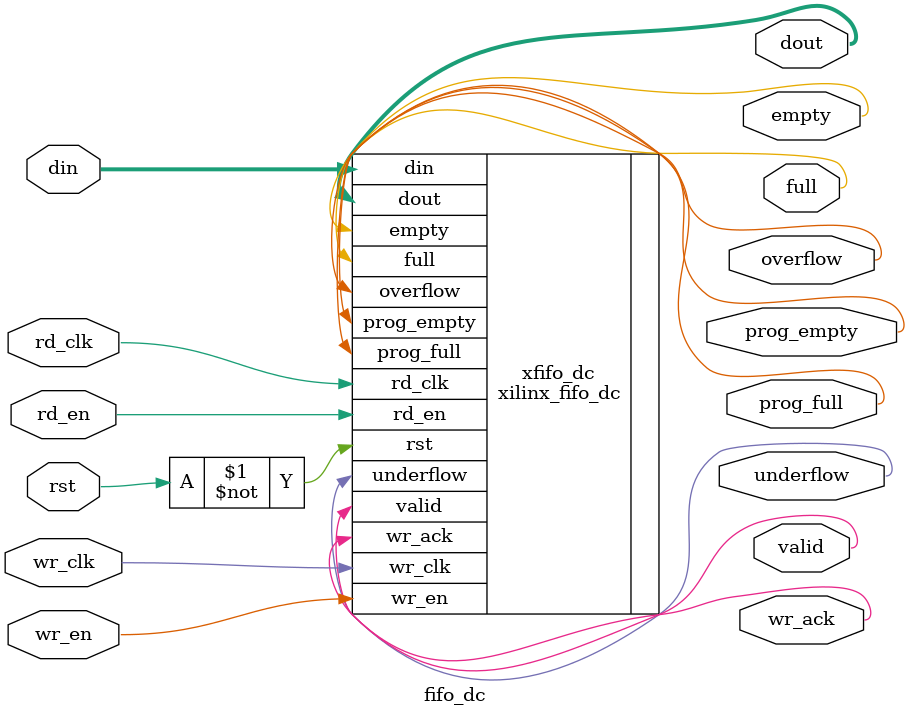
<source format=v>
/* 
 * wrappers.v
 * 
 * Copyright (c) 2007 Koen De Vleeschauwer. 
 * 
 * THIS SOFTWARE IS PROVIDED BY THE AUTHOR AND CONTRIBUTORS ``AS IS'' AND 
 * ANY EXPRESS OR IMPLIED WARRANTIES, INCLUDING, BUT NOT LIMITED TO, THE 
 * IMPLIED WARRANTIES OF MERCHANTABILITY AND FITNESS FOR A PARTICULAR PURPOSE 
 * ARE DISCLAIMED. IN NO EVENT SHALL THE AUTHOR OR CONTRIBUTORS BE LIABLE 
 * FOR ANY DIRECT, INDIRECT, INCIDENTAL, SPECIAL, EXEMPLARY, OR CONSEQUENTIAL 
 * DAMAGES (INCLUDING, BUT NOT LIMITED TO, PROCUREMENT OF SUBSTITUTE GOODS 
 * OR SERVICES; LOSS OF USE, DATA, OR PROFITS; OR BUSINESS INTERRUPTION) 
 * HOWEVER CAUSED AND ON ANY THEORY OF LIABILITY, WHETHER IN CONTRACT, STRICT 
 * LIABILITY, OR TORT (INCLUDING NEGLIGENCE OR OTHERWISE) ARISING IN ANY WAY 
 * OUT OF THE USE OF THIS SOFTWARE, EVEN IF ADVISED OF THE POSSIBILITY OF 
 * SUCH DAMAGE.
 */

/*
 * Wrappers for dpram and fifos. 
 * For each component, two versions are provided: one where read and write port share a common clock;
 * and one where read and write port have independent clocks.
 */

`undef DEBUG
//`define DEBUG 1

/* check prog_thresh is less than fifo size */
`undef CHECK_FIFO_PARAMS
`ifdef __IVERILOG__
`define CHECK_FIFO_PARAMS 1
`endif

/*
 dual-port ram with same clock for read and write port.
 */

`include "timescale.v"

module dpram_sc (
	rst,
	din,
	clk,
        wr_addr,
	wr_en,
	dout,
        rd_addr,
	rd_en
        );

  parameter dta_width=8;           /* Data bus width */
  parameter addr_width=8;          /* Address bus width, determines dpram size by evaluating 2^addr_width */
  
  input                 rst;       /* low active sync master reset */
  input                 clk;       /* clock */
                                   /* read port */
  output reg [dta_width-1:0]dout;      /* data output */
  input                 rd_en;     /* read enable */
  input [addr_width-1:0]rd_addr;   /* read address */
                                   /* write port */
  input  [dta_width-1:0]din;       /* data input */
  input                 wr_en;     /* write enable */
  input [addr_width-1:0]wr_addr;   /* read address */

  /*
   * More or less in the style given in XST User Guide v9.1, "RAMs and ROMs Coding Examples",
   * "Verilog Coding Example for Dual Port RAM With Enable On Each Port"
   */ 

  reg    [dta_width-1:0]ram[(1 << addr_width)-1:0];

  always @(posedge clk)
    if (~rst) dout <= 0;
    else if (rd_en) dout <= ram[rd_addr];
    else dout <= dout;

  always @(posedge clk)
    if (wr_en) ram[wr_addr] <= din;

`ifdef DEBUG
  always @(posedge clk)
    if (wr_en && rd_en && (rd_addr == wr_addr))
      $strobe("%m\tmemory collision error on address %x", rd_addr);
 `endif 

endmodule


/*
 dual-port ram with different clocks for read and write port
 */

module dpram_dc (
	din,
	wr_rst,
	wr_clk,
        wr_addr,
	wr_en,
	dout,
	rd_rst,
	rd_clk,
        rd_addr,
	rd_en
        );

  parameter dta_width=8;           /* Data bus width */
  parameter addr_width=8;          /* Address bus width, determines dpram size by evaluating 2^addr_width */
  
                                   /* read port */
  output reg [dta_width-1:0]dout;      /* data output */
  input                 rd_rst;    /* low active master reset, sync with read clock */
  input                 rd_clk;    /* read clock */
  input                 rd_en;     /* read enable */
  input [addr_width-1:0]rd_addr;   /* read address */
                                   /* write port */
  input  [dta_width-1:0]din;       /* data input */
  input                 wr_rst;    /* low active master reset, sync with write clock */
  input                 wr_clk;    /* write clock */
  input                 wr_en;     /* write enable */
  input [addr_width-1:0]wr_addr;   /* read address */

  reg    [dta_width-1:0]ram[(1 << addr_width)-1:0];

  always @(posedge rd_clk)
    if (~rd_rst) dout <= 0;
    else if (rd_en) dout <= ram[rd_addr];
    else dout <= dout;

  always @(posedge wr_clk)
    if (wr_en) ram[wr_addr] <= din;

endmodule

/*
 fifo with common clock for read and write port.
 */

module fifo_sc (
	clk,
	rst,
	din,
	wr_en,
	full,
	wr_ack,
	overflow,
	prog_full,
	dout,
	rd_en,
	empty,
	valid,
	underflow,
	prog_empty
        );

  parameter [8:0]dta_width=9'd8;      /* Data bus width */
  parameter [8:0]addr_width=9'd8;     /* Address bus width, determines fifo size by evaluating 2^addr_width */
  parameter [8:0]prog_thresh=9'd1;    /* Programmable threshold constant for prog_empty and prog_full */

  parameter FIFO_XILINX=0;    /* use Xilinx FIFO primitives */
  parameter check_valid=1;    /* assign x's to fifo output when valid is not asserted */
  
  input          clk;
  input          rst;         /* low active sync master reset */
  /* read port */
  output [dta_width-1:0]dout; /* data output */
  input          rd_en;       /* read enable */
  output         empty;       /* asserted if fifo is empty; no additional reads can be performed */
  output         valid;       /* valid (read acknowledge): indicates rd_en was asserted during previous clock cycle and data was succesfully read from fifo and placed on dout */
  output         underflow;   /* underflow (read error): indicates rd_en was asserted during previous clock cycle but no data was read from fifo because fifo was empty */
  output         prog_empty;  /* indicates the fifo has prog_thresh entries, or less. threshold for asserting prog_empty is prog_thresh */
  /* write port */
  input  [dta_width-1:0]din;  /* data input */
  input          wr_en;       /* write enable */
  output         full;        /* asserted if fifo is full; no additional writes can be performed */
  output         overflow;    /* overflow (write error): indicates wr_en was asserted during previous clock cycle but no data was written to fifo because fifo was full */
  output         wr_ack;      /* write acknowledge: indicates wr_en was asserted during previous clock cycle and data was succesfully written to fifo */
  output         prog_full;   /* indicates the fifo has prog_thresh free entries, or less, left. threshold for asserting prog_full is 2^addr_width - prog_thresh */

  /* Writing when the fifo is full, or reading while the fifo is empty, does not destroy the contents of the fifo. */

  generate
    if (FIFO_XILINX == 0)
      begin
        /* Implementation using "soft" fifo */
        xfifo_sc #(
          .dta_width(dta_width),
          .addr_width(addr_width),
          .prog_thresh(prog_thresh)
          )
        xfifo_sc (
          .clk(clk), 
          .rst(rst), 
          .din(din), 
          .wr_en(wr_en), 
          .full(full), 
          .wr_ack(wr_ack), 
          .overflow(overflow), 
          .prog_full(prog_full), 
          .dout(dout), 
          .rd_en(rd_en), 
          .empty(empty), 
          .valid(valid), 
          .underflow(underflow), 
          .prog_empty(prog_empty)
          );
      end
    else
      begin
        /* Implementation using "hard" fifo */
        xilinx_fifo_sc #(
          .dta_width(dta_width),
          .addr_width(addr_width),
          .prog_thresh(prog_thresh)
          )
        xfifo_sc (
          .clk(clk), 
          .rst(~rst), 
          .din(din), 
          .wr_en(wr_en), 
          .full(full), 
          .wr_ack(wr_ack), 
          .overflow(overflow), 
          .prog_full(prog_full), 
          .dout(dout), 
          .rd_en(rd_en), 
          .empty(empty), 
          .valid(valid), 
          .underflow(underflow), 
          .prog_empty(prog_empty)
          );
      end
  endgenerate

`ifdef CHECK_FIFO_PARAMS
  initial #0
      begin
        if (prog_thresh > (1<<addr_width))
          begin
            #0 $display ("%m\t*** error: inconsistent fifo parameters. addr_width: %d prog_thresh: %d. ***", addr_width, prog_thresh);
            $finish;
          end
      end

  always @(posedge clk)
    if (overflow) 
      begin
        #0 $display ("%m\t*** error: fifo overflow. ***");
      end
/*
  always @(posedge clk)
    if (underflow) 
      begin
        #0 $display ("%m\t*** warning: fifo underflow. ***");
      end
*/
`endif

endmodule

/*
 fifo with independent clock for read and write port.
 */

module fifo_dc (
	rst,
	wr_clk,
	din,
	wr_en,
	full,
	wr_ack,
	overflow,
	prog_full,
	rd_clk,
	dout,
	rd_en,
	empty,
	valid,
	underflow,
	prog_empty
        );

  parameter [8:0]dta_width=9'd8;      /* Data bus width */
  parameter [8:0]addr_width=9'd8;     /* Address bus width, determines fifo size by evaluating 2^addr_width */
  parameter [8:0]prog_thresh=9'd1;    /* Programmable threshold constant for prog_empty and prog_full */

  parameter FIFO_XILINX=1;    /* use Xilinx FIFO primitives */
  parameter check_valid=1;    /* assign x's to fifo output when valid is not asserted */
         
  input          rst;         /* low active sync master reset */
  /* read port */
  input          rd_clk;      /* read clock. positive edge active */
  output [dta_width-1:0]dout; /* data output */
  input          rd_en;       /* read enable */
  output         empty;       /* asserted if fifo is empty; no additional reads can be performed */
  output         valid;       /* valid (read acknowledge): indicates rd_en was asserted during previous clock cycle and data was succesfully read from fifo and placed on dout */
  output         underflow;   /* underflow (read error): indicates rd_en was asserted during previous clock cycle but no data was read from fifo because fifo was empty */
  output         prog_empty;  /* indicates the fifo has prog_thresh entries, or less. threshold for asserting prog_empty is prog_thresh */
  /* write port */
  input          wr_clk;      /* write clock. positive edge active */
  input  [dta_width-1:0]din;  /* data input */
  input          wr_en;       /* write enable */
  output         full;        /* asserted if fifo is full; no additional writes can be performed */
  output         overflow;    /* overflow (write error): indicates wr_en was asserted during previous clock cycle but no data was written to fifo because fifo was full */
  output         wr_ack;      /* write acknowledge: indicates wr_en was asserted during previous clock cycle and data was succesfully written to fifo */
  output         prog_full;   /* indicates the fifo has prog_thresh free entries, or less, left. threshold for asserting prog_full is 2^addr_width - prog_thresh  */
 
  /* Writing when the fifo is full, or reading while the fifo is empty, does not destroy the contents of the fifo. */
  
  xilinx_fifo_dc #(
    .dta_width(dta_width),
    .addr_width(addr_width),
    .prog_thresh(prog_thresh)
    )
  xfifo_dc (
    .rst(~rst), 
    .wr_clk(wr_clk), 
    .din(din), 
    .wr_en(wr_en), 
    .full(full), 
    .wr_ack(wr_ack), 
    .overflow(overflow), 
    .prog_full(prog_full), 
    .rd_clk(rd_clk), 
    .dout(dout), 
    .rd_en(rd_en), 
    .empty(empty), 
    .valid(valid), 
    .underflow(underflow), 
    .prog_empty(prog_empty)
    );

`ifdef CHECK_FIFO_PARAMS
  initial #0
      begin
        if (prog_thresh > (1<<addr_width))
          begin
            #0 $display ("%m\t*** error: inconsistent fifo parameters. addr_width: %d prog_thresh: %d. ***", addr_width, prog_thresh);
            $finish;
          end
      end

  always @(posedge wr_clk)
    if (overflow) 
      begin
        #0 $display ("%m\t*** error: fifo overflow. ***");
      end
/*
  always @(posedge rd_clk)
    if (underflow) 
      begin
        #0 $display ("%m\t*** warning: fifo underflow. ***");
      end
*/
`endif
endmodule
/* not truncated */

</source>
